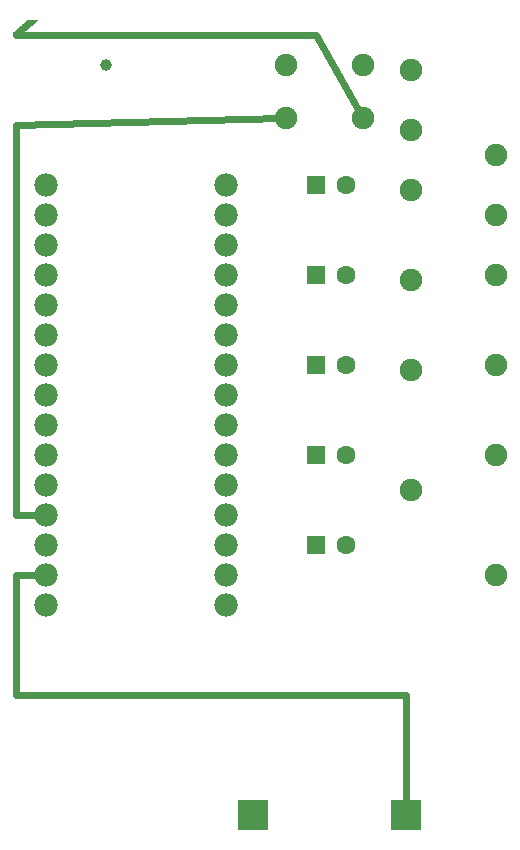
<source format=gtl>
G04 MADE WITH FRITZING*
G04 WWW.FRITZING.ORG*
G04 DOUBLE SIDED*
G04 HOLES PLATED*
G04 CONTOUR ON CENTER OF CONTOUR VECTOR*
%ASAXBY*%
%FSLAX23Y23*%
%MOIN*%
%OFA0B0*%
%SFA1.0B1.0*%
%ADD10C,0.075000*%
%ADD11C,0.062992*%
%ADD12C,0.100000*%
%ADD13C,0.078000*%
%ADD14C,0.039370*%
%ADD15R,0.062992X0.062992*%
%ADD16C,0.024000*%
%ADD17R,0.001000X0.001000*%
%LNCOPPER1*%
G90*
G70*
G54D10*
X1483Y4501D03*
X1766Y4218D03*
X1483Y4301D03*
X1766Y4018D03*
X1483Y4001D03*
X1766Y3718D03*
X1483Y3701D03*
X1766Y3418D03*
X1483Y3301D03*
X1766Y3018D03*
G54D11*
X1166Y4318D03*
X1264Y4318D03*
X1166Y4018D03*
X1264Y4018D03*
X1166Y3718D03*
X1264Y3718D03*
X1166Y3418D03*
X1264Y3418D03*
X1166Y3118D03*
X1264Y3118D03*
G54D12*
X956Y2218D03*
X1466Y2218D03*
X956Y2218D03*
X1466Y2218D03*
G54D10*
X1322Y4540D03*
X1066Y4540D03*
X1322Y4718D03*
X1066Y4718D03*
X1483Y4701D03*
X1766Y4418D03*
G54D13*
X866Y2918D03*
X866Y3018D03*
X866Y3118D03*
X866Y3218D03*
X866Y3318D03*
X866Y3418D03*
X866Y3518D03*
X866Y3618D03*
X866Y3718D03*
X866Y3818D03*
X866Y3918D03*
X866Y4018D03*
X866Y4118D03*
X866Y4218D03*
X866Y4318D03*
X266Y4318D03*
X266Y4218D03*
X266Y4118D03*
X266Y4018D03*
X266Y3918D03*
X266Y3818D03*
X266Y3718D03*
X266Y3618D03*
X266Y3518D03*
X266Y3418D03*
X266Y3318D03*
X266Y3218D03*
X266Y3118D03*
X266Y3018D03*
X266Y2918D03*
G54D14*
X466Y4718D03*
G54D15*
X1166Y4318D03*
X1166Y4018D03*
X1166Y3718D03*
X1166Y3418D03*
X1166Y3118D03*
G54D16*
X1048Y4540D02*
X165Y4517D01*
D02*
X165Y3218D02*
X247Y3218D01*
D02*
X165Y4517D02*
X165Y3218D01*
D02*
X1466Y2258D02*
X1466Y2618D01*
D02*
X165Y3018D02*
X247Y3018D01*
D02*
X165Y2618D02*
X165Y3018D01*
D02*
X1466Y2618D02*
X165Y2618D01*
D02*
X166Y4818D02*
X1165Y4818D01*
D02*
X1165Y4818D02*
X1313Y4556D01*
G54D17*
X206Y4868D02*
X242Y4868D01*
X205Y4867D02*
X240Y4867D01*
X204Y4866D02*
X239Y4866D01*
X202Y4865D02*
X238Y4865D01*
X201Y4864D02*
X237Y4864D01*
X200Y4863D02*
X236Y4863D01*
X199Y4862D02*
X235Y4862D01*
X198Y4861D02*
X233Y4861D01*
X197Y4860D02*
X232Y4860D01*
X195Y4859D02*
X231Y4859D01*
X194Y4858D02*
X230Y4858D01*
X193Y4857D02*
X229Y4857D01*
X192Y4856D02*
X228Y4856D01*
X191Y4855D02*
X227Y4855D01*
X190Y4854D02*
X225Y4854D01*
X189Y4853D02*
X224Y4853D01*
X187Y4852D02*
X223Y4852D01*
X186Y4851D02*
X222Y4851D01*
X185Y4850D02*
X221Y4850D01*
X184Y4849D02*
X220Y4849D01*
X183Y4848D02*
X218Y4848D01*
X182Y4847D02*
X217Y4847D01*
X180Y4846D02*
X216Y4846D01*
X179Y4845D02*
X215Y4845D01*
X178Y4844D02*
X214Y4844D01*
X177Y4843D02*
X213Y4843D01*
X176Y4842D02*
X211Y4842D01*
X175Y4841D02*
X210Y4841D01*
X173Y4840D02*
X209Y4840D01*
X172Y4839D02*
X208Y4839D01*
X171Y4838D02*
X207Y4838D01*
X170Y4837D02*
X206Y4837D01*
X169Y4836D02*
X205Y4836D01*
X168Y4835D02*
X203Y4835D01*
X166Y4834D02*
X202Y4834D01*
X165Y4833D02*
X201Y4833D01*
X164Y4832D02*
X200Y4832D01*
X163Y4831D02*
X199Y4831D01*
X162Y4830D02*
X198Y4830D01*
X161Y4829D02*
X196Y4829D01*
X160Y4828D02*
X195Y4828D01*
X159Y4827D02*
X194Y4827D01*
X158Y4826D02*
X193Y4826D01*
X157Y4825D02*
X192Y4825D01*
X156Y4824D02*
X191Y4824D01*
X156Y4823D02*
X189Y4823D01*
X156Y4822D02*
X188Y4822D01*
X155Y4821D02*
X187Y4821D01*
X155Y4820D02*
X186Y4820D01*
X155Y4819D02*
X185Y4819D01*
X155Y4818D02*
X184Y4818D01*
X155Y4817D02*
X183Y4817D01*
X155Y4816D02*
X181Y4816D01*
X156Y4815D02*
X180Y4815D01*
X156Y4814D02*
X179Y4814D01*
X156Y4813D02*
X178Y4813D01*
X157Y4812D02*
X177Y4812D01*
X158Y4811D02*
X176Y4811D01*
X159Y4810D02*
X174Y4810D01*
X160Y4809D02*
X173Y4809D01*
X162Y4808D02*
X172Y4808D01*
X164Y4807D02*
X169Y4807D01*
X907Y2268D02*
X1005Y2268D01*
X1417Y2268D02*
X1515Y2268D01*
X907Y2267D02*
X1006Y2267D01*
X1417Y2267D02*
X1516Y2267D01*
X907Y2266D02*
X1006Y2266D01*
X1417Y2266D02*
X1516Y2266D01*
X907Y2265D02*
X1006Y2265D01*
X1417Y2265D02*
X1516Y2265D01*
X907Y2264D02*
X1006Y2264D01*
X1417Y2264D02*
X1516Y2264D01*
X907Y2263D02*
X1006Y2263D01*
X1417Y2263D02*
X1516Y2263D01*
X907Y2262D02*
X1006Y2262D01*
X1417Y2262D02*
X1516Y2262D01*
X907Y2261D02*
X1006Y2261D01*
X1417Y2261D02*
X1516Y2261D01*
X907Y2260D02*
X1006Y2260D01*
X1417Y2260D02*
X1516Y2260D01*
X907Y2259D02*
X1006Y2259D01*
X1417Y2259D02*
X1516Y2259D01*
X907Y2258D02*
X955Y2258D01*
X957Y2258D02*
X1006Y2258D01*
X1417Y2258D02*
X1465Y2258D01*
X1467Y2258D02*
X1516Y2258D01*
X907Y2257D02*
X947Y2257D01*
X966Y2257D02*
X1006Y2257D01*
X1417Y2257D02*
X1457Y2257D01*
X1475Y2257D02*
X1516Y2257D01*
X907Y2256D02*
X943Y2256D01*
X969Y2256D02*
X1006Y2256D01*
X1417Y2256D02*
X1453Y2256D01*
X1479Y2256D02*
X1516Y2256D01*
X907Y2255D02*
X940Y2255D01*
X972Y2255D02*
X1006Y2255D01*
X1417Y2255D02*
X1450Y2255D01*
X1482Y2255D02*
X1516Y2255D01*
X907Y2254D02*
X938Y2254D01*
X974Y2254D02*
X1006Y2254D01*
X1417Y2254D02*
X1448Y2254D01*
X1484Y2254D02*
X1516Y2254D01*
X907Y2253D02*
X936Y2253D01*
X976Y2253D02*
X1006Y2253D01*
X1417Y2253D02*
X1446Y2253D01*
X1486Y2253D02*
X1516Y2253D01*
X907Y2252D02*
X935Y2252D01*
X978Y2252D02*
X1006Y2252D01*
X1417Y2252D02*
X1445Y2252D01*
X1488Y2252D02*
X1516Y2252D01*
X907Y2251D02*
X933Y2251D01*
X979Y2251D02*
X1006Y2251D01*
X1417Y2251D02*
X1443Y2251D01*
X1489Y2251D02*
X1516Y2251D01*
X907Y2250D02*
X932Y2250D01*
X981Y2250D02*
X1006Y2250D01*
X1417Y2250D02*
X1442Y2250D01*
X1491Y2250D02*
X1516Y2250D01*
X907Y2249D02*
X930Y2249D01*
X982Y2249D02*
X1006Y2249D01*
X1417Y2249D02*
X1440Y2249D01*
X1492Y2249D02*
X1516Y2249D01*
X907Y2248D02*
X929Y2248D01*
X983Y2248D02*
X1006Y2248D01*
X1417Y2248D02*
X1439Y2248D01*
X1493Y2248D02*
X1516Y2248D01*
X907Y2247D02*
X928Y2247D01*
X984Y2247D02*
X1006Y2247D01*
X1417Y2247D02*
X1438Y2247D01*
X1494Y2247D02*
X1516Y2247D01*
X907Y2246D02*
X927Y2246D01*
X985Y2246D02*
X1006Y2246D01*
X1417Y2246D02*
X1437Y2246D01*
X1495Y2246D02*
X1516Y2246D01*
X907Y2245D02*
X926Y2245D01*
X986Y2245D02*
X1006Y2245D01*
X1417Y2245D02*
X1436Y2245D01*
X1496Y2245D02*
X1516Y2245D01*
X907Y2244D02*
X925Y2244D01*
X987Y2244D02*
X1006Y2244D01*
X1417Y2244D02*
X1435Y2244D01*
X1497Y2244D02*
X1516Y2244D01*
X907Y2243D02*
X924Y2243D01*
X988Y2243D02*
X1006Y2243D01*
X1417Y2243D02*
X1434Y2243D01*
X1498Y2243D02*
X1516Y2243D01*
X907Y2242D02*
X924Y2242D01*
X989Y2242D02*
X1006Y2242D01*
X1417Y2242D02*
X1434Y2242D01*
X1499Y2242D02*
X1516Y2242D01*
X907Y2241D02*
X923Y2241D01*
X989Y2241D02*
X1006Y2241D01*
X1417Y2241D02*
X1433Y2241D01*
X1499Y2241D02*
X1516Y2241D01*
X907Y2240D02*
X922Y2240D01*
X990Y2240D02*
X1006Y2240D01*
X1417Y2240D02*
X1432Y2240D01*
X1500Y2240D02*
X1516Y2240D01*
X907Y2239D02*
X922Y2239D01*
X991Y2239D02*
X1006Y2239D01*
X1417Y2239D02*
X1432Y2239D01*
X1501Y2239D02*
X1516Y2239D01*
X907Y2238D02*
X921Y2238D01*
X991Y2238D02*
X1006Y2238D01*
X1417Y2238D02*
X1431Y2238D01*
X1501Y2238D02*
X1516Y2238D01*
X907Y2237D02*
X920Y2237D01*
X992Y2237D02*
X1006Y2237D01*
X1417Y2237D02*
X1430Y2237D01*
X1502Y2237D02*
X1516Y2237D01*
X907Y2236D02*
X920Y2236D01*
X992Y2236D02*
X1006Y2236D01*
X1417Y2236D02*
X1430Y2236D01*
X1502Y2236D02*
X1516Y2236D01*
X907Y2235D02*
X920Y2235D01*
X993Y2235D02*
X1006Y2235D01*
X1417Y2235D02*
X1429Y2235D01*
X1503Y2235D02*
X1516Y2235D01*
X907Y2234D02*
X919Y2234D01*
X993Y2234D02*
X1006Y2234D01*
X1417Y2234D02*
X1429Y2234D01*
X1503Y2234D02*
X1516Y2234D01*
X907Y2233D02*
X919Y2233D01*
X994Y2233D02*
X1006Y2233D01*
X1417Y2233D02*
X1429Y2233D01*
X1504Y2233D02*
X1516Y2233D01*
X907Y2232D02*
X918Y2232D01*
X994Y2232D02*
X1006Y2232D01*
X1417Y2232D02*
X1428Y2232D01*
X1504Y2232D02*
X1516Y2232D01*
X907Y2231D02*
X918Y2231D01*
X994Y2231D02*
X1006Y2231D01*
X1417Y2231D02*
X1428Y2231D01*
X1504Y2231D02*
X1516Y2231D01*
X907Y2230D02*
X918Y2230D01*
X995Y2230D02*
X1006Y2230D01*
X1417Y2230D02*
X1427Y2230D01*
X1505Y2230D02*
X1516Y2230D01*
X907Y2229D02*
X917Y2229D01*
X995Y2229D02*
X1006Y2229D01*
X1417Y2229D02*
X1427Y2229D01*
X1505Y2229D02*
X1516Y2229D01*
X907Y2228D02*
X917Y2228D01*
X995Y2228D02*
X1006Y2228D01*
X1417Y2228D02*
X1427Y2228D01*
X1505Y2228D02*
X1516Y2228D01*
X907Y2227D02*
X917Y2227D01*
X996Y2227D02*
X1006Y2227D01*
X1417Y2227D02*
X1427Y2227D01*
X1505Y2227D02*
X1516Y2227D01*
X907Y2226D02*
X917Y2226D01*
X996Y2226D02*
X1006Y2226D01*
X1417Y2226D02*
X1426Y2226D01*
X1506Y2226D02*
X1516Y2226D01*
X907Y2225D02*
X916Y2225D01*
X996Y2225D02*
X1006Y2225D01*
X1417Y2225D02*
X1426Y2225D01*
X1506Y2225D02*
X1516Y2225D01*
X907Y2224D02*
X916Y2224D01*
X996Y2224D02*
X1006Y2224D01*
X1417Y2224D02*
X1426Y2224D01*
X1506Y2224D02*
X1516Y2224D01*
X907Y2223D02*
X916Y2223D01*
X996Y2223D02*
X1006Y2223D01*
X1417Y2223D02*
X1426Y2223D01*
X1506Y2223D02*
X1516Y2223D01*
X907Y2222D02*
X916Y2222D01*
X996Y2222D02*
X1006Y2222D01*
X1417Y2222D02*
X1426Y2222D01*
X1506Y2222D02*
X1516Y2222D01*
X907Y2221D02*
X916Y2221D01*
X997Y2221D02*
X1006Y2221D01*
X1417Y2221D02*
X1426Y2221D01*
X1506Y2221D02*
X1516Y2221D01*
X907Y2220D02*
X916Y2220D01*
X997Y2220D02*
X1006Y2220D01*
X1417Y2220D02*
X1426Y2220D01*
X1506Y2220D02*
X1516Y2220D01*
X907Y2219D02*
X916Y2219D01*
X997Y2219D02*
X1006Y2219D01*
X1417Y2219D02*
X1426Y2219D01*
X1506Y2219D02*
X1516Y2219D01*
X907Y2218D02*
X916Y2218D01*
X997Y2218D02*
X1006Y2218D01*
X1417Y2218D02*
X1426Y2218D01*
X1507Y2218D02*
X1516Y2218D01*
X907Y2217D02*
X916Y2217D01*
X997Y2217D02*
X1006Y2217D01*
X1417Y2217D02*
X1426Y2217D01*
X1506Y2217D02*
X1516Y2217D01*
X907Y2216D02*
X916Y2216D01*
X997Y2216D02*
X1006Y2216D01*
X1417Y2216D02*
X1426Y2216D01*
X1506Y2216D02*
X1516Y2216D01*
X907Y2215D02*
X916Y2215D01*
X997Y2215D02*
X1006Y2215D01*
X1417Y2215D02*
X1426Y2215D01*
X1506Y2215D02*
X1516Y2215D01*
X907Y2214D02*
X916Y2214D01*
X996Y2214D02*
X1006Y2214D01*
X1417Y2214D02*
X1426Y2214D01*
X1506Y2214D02*
X1516Y2214D01*
X907Y2213D02*
X916Y2213D01*
X996Y2213D02*
X1006Y2213D01*
X1417Y2213D02*
X1426Y2213D01*
X1506Y2213D02*
X1516Y2213D01*
X907Y2212D02*
X916Y2212D01*
X996Y2212D02*
X1006Y2212D01*
X1417Y2212D02*
X1426Y2212D01*
X1506Y2212D02*
X1516Y2212D01*
X907Y2211D02*
X916Y2211D01*
X996Y2211D02*
X1006Y2211D01*
X1417Y2211D02*
X1426Y2211D01*
X1506Y2211D02*
X1516Y2211D01*
X907Y2210D02*
X917Y2210D01*
X996Y2210D02*
X1006Y2210D01*
X1417Y2210D02*
X1426Y2210D01*
X1506Y2210D02*
X1516Y2210D01*
X907Y2209D02*
X917Y2209D01*
X996Y2209D02*
X1006Y2209D01*
X1417Y2209D02*
X1427Y2209D01*
X1505Y2209D02*
X1516Y2209D01*
X907Y2208D02*
X917Y2208D01*
X995Y2208D02*
X1006Y2208D01*
X1417Y2208D02*
X1427Y2208D01*
X1505Y2208D02*
X1516Y2208D01*
X907Y2207D02*
X917Y2207D01*
X995Y2207D02*
X1006Y2207D01*
X1417Y2207D02*
X1427Y2207D01*
X1505Y2207D02*
X1516Y2207D01*
X907Y2206D02*
X918Y2206D01*
X995Y2206D02*
X1006Y2206D01*
X1417Y2206D02*
X1427Y2206D01*
X1505Y2206D02*
X1516Y2206D01*
X907Y2205D02*
X918Y2205D01*
X994Y2205D02*
X1006Y2205D01*
X1417Y2205D02*
X1428Y2205D01*
X1504Y2205D02*
X1516Y2205D01*
X907Y2204D02*
X918Y2204D01*
X994Y2204D02*
X1006Y2204D01*
X1417Y2204D02*
X1428Y2204D01*
X1504Y2204D02*
X1516Y2204D01*
X907Y2203D02*
X919Y2203D01*
X994Y2203D02*
X1006Y2203D01*
X1417Y2203D02*
X1429Y2203D01*
X1504Y2203D02*
X1516Y2203D01*
X907Y2202D02*
X919Y2202D01*
X993Y2202D02*
X1006Y2202D01*
X1417Y2202D02*
X1429Y2202D01*
X1503Y2202D02*
X1516Y2202D01*
X907Y2201D02*
X920Y2201D01*
X993Y2201D02*
X1006Y2201D01*
X1417Y2201D02*
X1429Y2201D01*
X1503Y2201D02*
X1516Y2201D01*
X907Y2200D02*
X920Y2200D01*
X992Y2200D02*
X1006Y2200D01*
X1417Y2200D02*
X1430Y2200D01*
X1502Y2200D02*
X1516Y2200D01*
X907Y2199D02*
X921Y2199D01*
X992Y2199D02*
X1006Y2199D01*
X1417Y2199D02*
X1430Y2199D01*
X1502Y2199D02*
X1516Y2199D01*
X907Y2198D02*
X921Y2198D01*
X991Y2198D02*
X1006Y2198D01*
X1417Y2198D02*
X1431Y2198D01*
X1501Y2198D02*
X1516Y2198D01*
X907Y2197D02*
X922Y2197D01*
X991Y2197D02*
X1006Y2197D01*
X1417Y2197D02*
X1432Y2197D01*
X1501Y2197D02*
X1516Y2197D01*
X907Y2196D02*
X922Y2196D01*
X990Y2196D02*
X1006Y2196D01*
X1417Y2196D02*
X1432Y2196D01*
X1500Y2196D02*
X1516Y2196D01*
X907Y2195D02*
X923Y2195D01*
X989Y2195D02*
X1006Y2195D01*
X1417Y2195D02*
X1433Y2195D01*
X1499Y2195D02*
X1516Y2195D01*
X907Y2194D02*
X924Y2194D01*
X989Y2194D02*
X1006Y2194D01*
X1417Y2194D02*
X1434Y2194D01*
X1498Y2194D02*
X1516Y2194D01*
X907Y2193D02*
X925Y2193D01*
X988Y2193D02*
X1006Y2193D01*
X1417Y2193D02*
X1434Y2193D01*
X1498Y2193D02*
X1516Y2193D01*
X907Y2192D02*
X925Y2192D01*
X987Y2192D02*
X1006Y2192D01*
X1417Y2192D02*
X1435Y2192D01*
X1497Y2192D02*
X1516Y2192D01*
X907Y2191D02*
X926Y2191D01*
X986Y2191D02*
X1006Y2191D01*
X1417Y2191D02*
X1436Y2191D01*
X1496Y2191D02*
X1516Y2191D01*
X907Y2190D02*
X927Y2190D01*
X985Y2190D02*
X1006Y2190D01*
X1417Y2190D02*
X1437Y2190D01*
X1495Y2190D02*
X1516Y2190D01*
X907Y2189D02*
X928Y2189D01*
X984Y2189D02*
X1006Y2189D01*
X1417Y2189D02*
X1438Y2189D01*
X1494Y2189D02*
X1516Y2189D01*
X907Y2188D02*
X929Y2188D01*
X983Y2188D02*
X1006Y2188D01*
X1417Y2188D02*
X1439Y2188D01*
X1493Y2188D02*
X1516Y2188D01*
X907Y2187D02*
X930Y2187D01*
X982Y2187D02*
X1006Y2187D01*
X1417Y2187D02*
X1440Y2187D01*
X1492Y2187D02*
X1516Y2187D01*
X907Y2186D02*
X932Y2186D01*
X981Y2186D02*
X1006Y2186D01*
X1417Y2186D02*
X1442Y2186D01*
X1490Y2186D02*
X1516Y2186D01*
X907Y2185D02*
X933Y2185D01*
X979Y2185D02*
X1006Y2185D01*
X1417Y2185D02*
X1443Y2185D01*
X1489Y2185D02*
X1516Y2185D01*
X907Y2184D02*
X935Y2184D01*
X978Y2184D02*
X1006Y2184D01*
X1417Y2184D02*
X1445Y2184D01*
X1487Y2184D02*
X1516Y2184D01*
X907Y2183D02*
X936Y2183D01*
X976Y2183D02*
X1006Y2183D01*
X1417Y2183D02*
X1446Y2183D01*
X1486Y2183D02*
X1516Y2183D01*
X907Y2182D02*
X938Y2182D01*
X974Y2182D02*
X1006Y2182D01*
X1417Y2182D02*
X1448Y2182D01*
X1484Y2182D02*
X1516Y2182D01*
X907Y2181D02*
X941Y2181D01*
X972Y2181D02*
X1006Y2181D01*
X1417Y2181D02*
X1450Y2181D01*
X1482Y2181D02*
X1516Y2181D01*
X907Y2180D02*
X943Y2180D01*
X969Y2180D02*
X1006Y2180D01*
X1417Y2180D02*
X1453Y2180D01*
X1479Y2180D02*
X1516Y2180D01*
X907Y2179D02*
X947Y2179D01*
X965Y2179D02*
X1006Y2179D01*
X1417Y2179D02*
X1457Y2179D01*
X1475Y2179D02*
X1516Y2179D01*
X907Y2178D02*
X1006Y2178D01*
X1417Y2178D02*
X1516Y2178D01*
X907Y2177D02*
X1006Y2177D01*
X1417Y2177D02*
X1516Y2177D01*
X907Y2176D02*
X1006Y2176D01*
X1417Y2176D02*
X1516Y2176D01*
X907Y2175D02*
X1006Y2175D01*
X1417Y2175D02*
X1516Y2175D01*
X907Y2174D02*
X1006Y2174D01*
X1417Y2174D02*
X1516Y2174D01*
X907Y2173D02*
X1006Y2173D01*
X1417Y2173D02*
X1516Y2173D01*
X907Y2172D02*
X1006Y2172D01*
X1417Y2172D02*
X1516Y2172D01*
X907Y2171D02*
X1006Y2171D01*
X1417Y2171D02*
X1516Y2171D01*
X907Y2170D02*
X1006Y2170D01*
X1417Y2170D02*
X1516Y2170D01*
X907Y2169D02*
X1006Y2169D01*
X1417Y2169D02*
X1516Y2169D01*
D02*
G04 End of Copper1*
M02*
</source>
